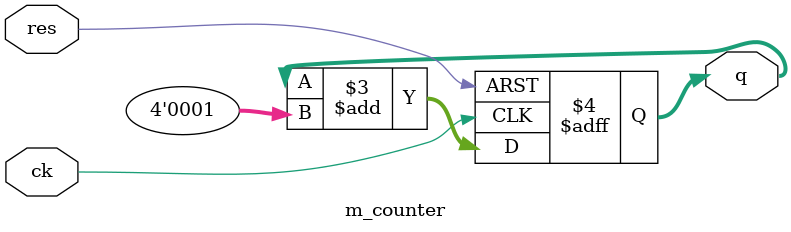
<source format=v>
module m_rs_flipflop(set, reset, q, nq);
  input set,reset;
  output q,nq;
	assign q=~(~set & nq);
	assign nq=~(~reset & q);
endmodule


module m_counter( ck, res, q );
    input   ck, res;
    output  [3:0] q;
    reg     [3:0] q;

    always @( posedge ck or posedge res )
    begin
        if( res == 1'b1 )
            q <= 4'h0;
        else
            q <= q + 4'h1 ; 
    end
endmodule


</source>
